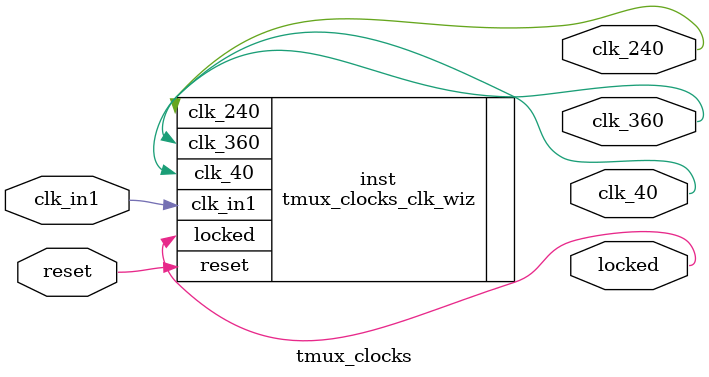
<source format=v>


`timescale 1ps/1ps

(* CORE_GENERATION_INFO = "tmux_clocks,clk_wiz_v6_0_1_0_0,{component_name=tmux_clocks,use_phase_alignment=true,use_min_o_jitter=false,use_max_i_jitter=false,use_dyn_phase_shift=false,use_inclk_switchover=false,use_dyn_reconfig=false,enable_axi=0,feedback_source=FDBK_AUTO,PRIMITIVE=MMCM,num_out_clk=3,clkin1_period=8.333,clkin2_period=10.000,use_power_down=false,use_reset=true,use_locked=true,use_inclk_stopped=false,feedback_type=SINGLE,CLOCK_MGR_TYPE=NA,manual_override=false}" *)

module tmux_clocks 
 (
  // Clock out ports
  output        clk_40,
  output        clk_240,
  output        clk_360,
  // Status and control signals
  input         reset,
  output        locked,
 // Clock in ports
  input         clk_in1
 );

  tmux_clocks_clk_wiz inst
  (
  // Clock out ports  
  .clk_40(clk_40),
  .clk_240(clk_240),
  .clk_360(clk_360),
  // Status and control signals               
  .reset(reset), 
  .locked(locked),
 // Clock in ports
  .clk_in1(clk_in1)
  );

endmodule

</source>
